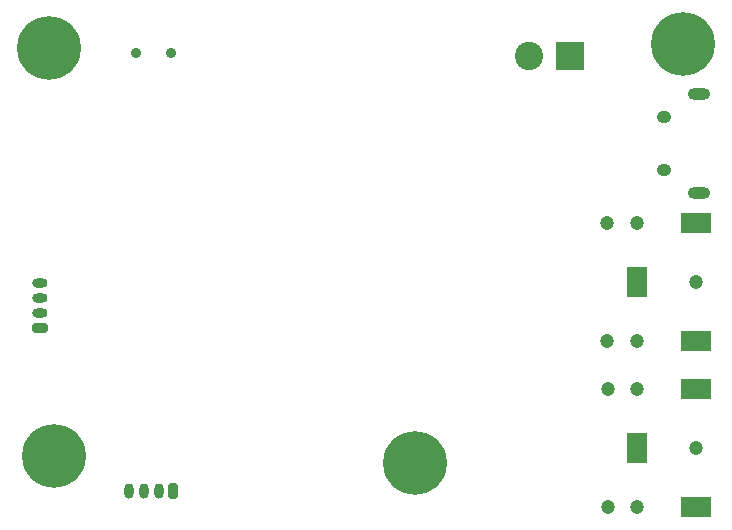
<source format=gbr>
%TF.GenerationSoftware,KiCad,Pcbnew,(5.99.0-11177-g6c67dfa032)*%
%TF.CreationDate,2021-08-02T03:39:22-04:00*%
%TF.ProjectId,STM32+Codec,53544d33-322b-4436-9f64-65632e6b6963,1.0*%
%TF.SameCoordinates,Original*%
%TF.FileFunction,Soldermask,Bot*%
%TF.FilePolarity,Negative*%
%FSLAX46Y46*%
G04 Gerber Fmt 4.6, Leading zero omitted, Abs format (unit mm)*
G04 Created by KiCad (PCBNEW (5.99.0-11177-g6c67dfa032)) date 2021-08-02 03:39:22*
%MOMM*%
%LPD*%
G01*
G04 APERTURE LIST*
G04 Aperture macros list*
%AMRoundRect*
0 Rectangle with rounded corners*
0 $1 Rounding radius*
0 $2 $3 $4 $5 $6 $7 $8 $9 X,Y pos of 4 corners*
0 Add a 4 corners polygon primitive as box body*
4,1,4,$2,$3,$4,$5,$6,$7,$8,$9,$2,$3,0*
0 Add four circle primitives for the rounded corners*
1,1,$1+$1,$2,$3*
1,1,$1+$1,$4,$5*
1,1,$1+$1,$6,$7*
1,1,$1+$1,$8,$9*
0 Add four rect primitives between the rounded corners*
20,1,$1+$1,$2,$3,$4,$5,0*
20,1,$1+$1,$4,$5,$6,$7,0*
20,1,$1+$1,$6,$7,$8,$9,0*
20,1,$1+$1,$8,$9,$2,$3,0*%
G04 Aperture macros list end*
%ADD10C,0.800000*%
%ADD11C,5.400000*%
%ADD12C,1.200000*%
%ADD13R,1.800000X2.500000*%
%ADD14R,2.500000X1.800000*%
%ADD15R,2.400000X2.400000*%
%ADD16C,2.400000*%
%ADD17RoundRect,0.200000X0.450000X-0.200000X0.450000X0.200000X-0.450000X0.200000X-0.450000X-0.200000X0*%
%ADD18O,1.300000X0.800000*%
%ADD19RoundRect,0.200000X0.200000X0.450000X-0.200000X0.450000X-0.200000X-0.450000X0.200000X-0.450000X0*%
%ADD20O,0.800000X1.300000*%
%ADD21C,0.900000*%
%ADD22O,1.900000X1.000000*%
%ADD23O,1.250000X1.050000*%
G04 APERTURE END LIST*
D10*
%TO.C,H4*%
X111540891Y-52485891D03*
X108677109Y-49622109D03*
X110109000Y-49029000D03*
X110109000Y-53079000D03*
X108084000Y-51054000D03*
X112134000Y-51054000D03*
X108677109Y-52485891D03*
D11*
X110109000Y-51054000D03*
D10*
X111540891Y-49622109D03*
%TD*%
D12*
%TO.C,Mic*%
X159842200Y-65891400D03*
X157342200Y-65891400D03*
X157342200Y-75891400D03*
X164842200Y-70891400D03*
X159842200Y-75891400D03*
D13*
X159842200Y-70891400D03*
D14*
X164842200Y-75891400D03*
X164842200Y-65891400D03*
%TD*%
D15*
%TO.C,+12V*%
X154226200Y-51779400D03*
D16*
X150726200Y-51779400D03*
%TD*%
D17*
%TO.C,I2C*%
X109347000Y-74757600D03*
D18*
X109347000Y-73507600D03*
X109347000Y-72257600D03*
X109347000Y-71007600D03*
%TD*%
D19*
%TO.C,UART*%
X120604600Y-88595200D03*
D20*
X119354600Y-88595200D03*
X118104600Y-88595200D03*
X116854600Y-88595200D03*
%TD*%
D12*
%TO.C,Speaker*%
X157379600Y-79912200D03*
X159879600Y-89912200D03*
X157379600Y-89912200D03*
X159879600Y-79912200D03*
X164879600Y-84912200D03*
D13*
X159879600Y-84912200D03*
D14*
X164879600Y-89912200D03*
X164879600Y-79912200D03*
%TD*%
D21*
%TO.C,BOOT*%
X117422800Y-51478400D03*
X120422800Y-51478400D03*
%TD*%
D22*
%TO.C,USB*%
X165128800Y-54981600D03*
D23*
X162128800Y-56931600D03*
X162128800Y-61381600D03*
D22*
X165128800Y-63331600D03*
%TD*%
D11*
%TO.C,H3*%
X163779200Y-50749200D03*
D10*
X161754200Y-50749200D03*
X163779200Y-48724200D03*
X165804200Y-50749200D03*
X165211091Y-49317309D03*
X162347309Y-52181091D03*
X163779200Y-52774200D03*
X165211091Y-52181091D03*
X162347309Y-49317309D03*
%TD*%
%TO.C,H1*%
X112489600Y-85598000D03*
X110464600Y-83573000D03*
X111896491Y-84166109D03*
X109032709Y-84166109D03*
D11*
X110464600Y-85598000D03*
D10*
X108439600Y-85598000D03*
X111896491Y-87029891D03*
X110464600Y-87623000D03*
X109032709Y-87029891D03*
%TD*%
%TO.C,H2*%
X143071200Y-86233000D03*
X142478091Y-87664891D03*
X141046200Y-84208000D03*
X139614309Y-84801109D03*
X139614309Y-87664891D03*
X141046200Y-88258000D03*
D11*
X141046200Y-86233000D03*
D10*
X142478091Y-84801109D03*
X139021200Y-86233000D03*
%TD*%
M02*

</source>
